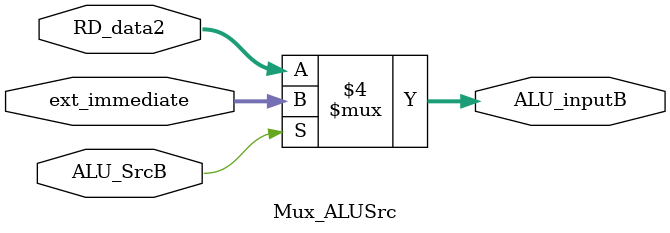
<source format=v>
`timescale 1ns / 1ps


module Mux_ALUSrc(
    input ALU_SrcB,
    input [31:0] RD_data2,
    input [31:0] ext_immediate,
    output reg [31:0] ALU_inputB
    );
    
    always@ (*) begin
        if( ALU_SrcB == 1)
            ALU_inputB = ext_immediate;
        else
            ALU_inputB = RD_data2;
    end
endmodule

</source>
